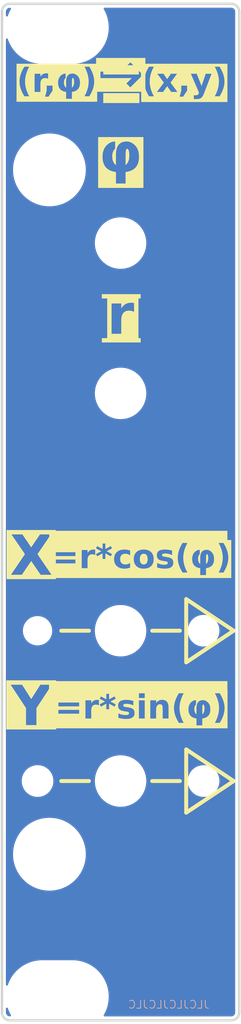
<source format=kicad_pcb>
(kicad_pcb (version 20240108) (generator "pcbnew") (generator_version "8.0")
  (layers (0 "F.Cu" signal) (31 "B.Cu" signal) (34 "B.Paste" user) (35 "F.Paste" user) (36 "B.SilkS" user "B.Silkscreen") (37 "F.SilkS" user "F.Silkscreen") (38 "B.Mask" user) (39 "F.Mask" user) (44 "Edge.Cuts" user))
  (net 0 "")
  (footprint "MountingHole:MountingHole_6mm" (layer "F.Cu") (at 65.8 81.05)
    (property "Reference" "H5" (hide yes))
    (property "Value" "MountingHole" (hide yes))
    (pad "" np_thru_hole circle (at 0 0) (size 6 6) (drill 6) (layers "*.Cu" "*.Mask"))
  )
  (footprint "MountingHole:MountingHole_3.5mm" (layer "F.Cu") (at 55.3 149.05)
    (property "Reference" "H11" (hide yes))
    (property "Value" "MountingHole_Pad" (hide yes))
    (pad "" np_thru_hole circle (at 0 0) (size 3.5 3.5) (drill 3.5) (layers "*.Cu" "*.Mask"))
  )
  (footprint "MountingHole:MountingHole_3.2mm_M3" (layer "F.Cu") (at 56.8 71.8)
    (property "Reference" "H2" (hide yes))
    (property "Value" "MountingHole" (hide yes))
    (pad "" np_thru_hole circle (at 0 0) (size 3.2 3.2) (drill 3.2) (layers "F&B.Cu" "*.Mask") (clearance 3))
  )
  (footprint "MountingHole:MountingHole_6mm" (layer "F.Cu") (at 65.8 130.05)
    (property "Reference" "H8" (hide yes))
    (property "Value" "MountingHole" (hide yes))
    (pad "" np_thru_hole circle (at 0 0) (size 6 6) (drill 6) (layers "*.Cu" "*.Mask"))
  )
  (footprint "MountingHole:MountingHole_3.5mm" (layer "F.Cu") (at 76.3 149.05)
    (property "Reference" "H12" (hide yes))
    (property "Value" "MountingHole_Pad" (hide yes))
    (pad "" np_thru_hole circle (at 0 0) (size 3.5 3.5) (drill 3.5) (layers "*.Cu" "*.Mask"))
  )
  (footprint "MountingHole:MountingHole_6mm" (layer "F.Cu") (at 65.8 100.05)
    (property "Reference" "H7" (hide yes))
    (property "Value" "MountingHole" (hide yes))
    (pad "" np_thru_hole circle (at 0 0) (size 6 6) (drill 6) (layers "*.Cu" "*.Mask"))
  )
  (footprint "analog_computing:3.2x7mm_Mounting_Slot" (layer "F.Cu") (at 57.8 176.3)
    (property "Reference" "H3" (hide yes))
    (property "Value" "MountingHole" (hide yes))
    (pad "" np_thru_hole oval (at 0 0) (size 7 3.2) (drill oval 7 3.2) (layers "F&B.Cu" "*.Mask") (clearance 3))
  )
  (footprint "analog_computing:3.2x7mm_Mounting_Slot" (layer "F.Cu") (at 57.8 53.8)
    (property "Reference" "H1" (hide yes))
    (property "Value" "MountingHole" (hide yes))
    (pad "" np_thru_hole oval (at 0 0) (size 7 3.2) (drill oval 7 3.2) (layers "F&B.Cu" "*.Mask") (clearance 3))
  )
  (footprint "MountingHole:MountingHole_3.5mm" (layer "F.Cu") (at 76.3 130.05)
    (property "Reference" "H9" (hide yes))
    (property "Value" "MountingHole_Pad" (hide yes))
    (pad "" np_thru_hole circle (at 0 0) (size 3.5 3.5) (drill 3.5) (layers "*.Cu" "*.Mask"))
  )
  (footprint "MountingHole:MountingHole_3.2mm_M3" (layer "F.Cu") (at 56.8 158.3)
    (property "Reference" "H4" (hide yes))
    (property "Value" "MountingHole" (hide yes))
    (pad "" np_thru_hole circle (at 0 0) (size 3.2 3.2) (drill 3.2) (layers "F&B.Cu" "*.Mask") (clearance 3))
  )
  (footprint "MountingHole:MountingHole_3.2mm_M3" (layer "F.Cu") (at 55.3 130.05)
    (property "Reference" "H6" (hide yes))
    (property "Value" "MountingHole_Pad" (hide yes))
    (pad "" np_thru_hole circle (at 0 0) (size 3.2 3.2) (drill 3.2) (layers "*.Cu" "*.Mask"))
  )
  (footprint "MountingHole:MountingHole_6mm" (layer "F.Cu") (at 65.8 149.05)
    (property "Reference" "H10" (hide yes))
    (property "Value" "MountingHole" (hide yes))
    (pad "" np_thru_hole circle (at 0 0) (size 6 6) (drill 6) (layers "*.Cu" "*.Mask"))
  )
  (gr_line (start 74.1 145.05) (end 74.1 153.05) (stroke (width 0.5)) (layer "F.SilkS"))
  (gr_rect (start 56.78 117.42) (end 79.31 118.88) (fill solid) (layer "F.SilkS"))
  (gr_rect (start 56.75 136.42) (end 79.31 137.67) (fill solid) (layer "F.SilkS"))
  (gr_line (start 69.8 149.05) (end 73.3 149.05) (stroke (width 0.5)) (layer "F.SilkS"))
  (gr_rect (start 63.61 58.57) (end 68.11 59.74) (fill solid) (layer "F.SilkS"))
  (gr_rect (start 63.43 93.0675) (end 68.34 93.6125) (fill solid) (layer "F.SilkS"))
  (gr_line (start 69.8 130.05) (end 73.3 130.05) (stroke (width 0.5)) (layer "F.SilkS"))
  (gr_rect (start 63.43 87.5075) (end 68.34 88.0525) (fill solid) (layer "F.SilkS"))
  (gr_line (start 58.3 130.05) (end 61.8 130.05) (stroke (width 0.5)) (layer "F.SilkS"))
  (gr_line (start 74.1 134.05) (end 80.1 130.05) (stroke (width 0.5)) (layer "F.SilkS"))
  (gr_line (start 58.3 149.05) (end 61.8 149.05) (stroke (width 0.5)) (layer "F.SilkS"))
  (gr_line (start 80.1 149.05) (end 74.1 145.05) (stroke (width 0.5)) (layer "F.SilkS"))
  (gr_line (start 74.1 126.05) (end 74.1 134.05) (stroke (width 0.5)) (layer "F.SilkS"))
  (gr_rect (start 63.61 62.1) (end 68.18 63.35) (fill solid) (layer "F.SilkS"))
  (gr_line (start 80.1 130.05) (end 74.1 126.05) (stroke (width 0.5)) (layer "F.SilkS"))
  (gr_line (start 74.1 153.05) (end 80.1 149.05) (stroke (width 0.5)) (layer "F.SilkS"))
  (gr_line (start 79.8 50.8) (end 51.8 50.8) (stroke (width 0.3)) (layer "Edge.Cuts"))
  (gr_arc (start 50.8 51.8) (mid 51.092893 51.092893) (end 51.8 50.8) (stroke (width 0.3)) (layer "Edge.Cuts"))
  (gr_line (start 51.8 179.3) (end 79.8 179.3) (stroke (width 0.3)) (layer "Edge.Cuts"))
  (gr_arc (start 80.8 178.3) (mid 80.507107 179.007107) (end 79.8 179.3) (stroke (width 0.3)) (layer "Edge.Cuts"))
  (gr_line (start 50.8 51.8) (end 50.8 178.3) (stroke (width 0.3)) (layer "Edge.Cuts"))
  (gr_line (start 80.8 178.3) (end 80.8 51.8) (stroke (width 0.3)) (layer "Edge.Cuts"))
  (gr_arc (start 79.8 50.8) (mid 80.507107 51.092893) (end 80.8 51.8) (stroke (width 0.3)) (layer "Edge.Cuts"))
  (gr_arc (start 51.8 179.3) (mid 51.092893 179.007107) (end 50.8 178.3) (stroke (width 0.3)) (layer "Edge.Cuts"))
  (gr_text "JLCJLCJLCJLC" (at 71.9 177.3 0) (layer "B.SilkS") (effects (font (size 1 1) (thickness 0.1)) (justify mirror)))
  (gr_text "(r,φ)\n" (at 57.74 60.7 0) (layer "F.SilkS" knockout) (effects (font (size 3 3) (thickness 0.75) (bold yes))))
  (gr_text "φ" (at 65.8 70 0) (layer "F.SilkS" knockout) (effects (font (size 5 5) (thickness 1) (bold yes))))
  (gr_text "=r*sin(φ)" (at 68.4 139.9 0) (layer "F.SilkS" knockout) (effects (font (size 3 3) (thickness 0.75) (bold yes))))
  (gr_text "X" (at 54.5 120.9 0) (layer "F.SilkS" knockout) (effects (font (size 5 5) (thickness 1) (bold yes))))
  (gr_text "=r*cos(φ)" (at 68.4 120.9 0) (layer "F.SilkS" knockout) (effects (font (size 3 3) (thickness 0.75) (bold yes))))
  (gr_text "→" (at 65.79 59.9 0) (layer "F.SilkS" knockout) (effects (font (size 5 5) (thickness 1) (bold yes))))
  (gr_text "r" (at 65.8 90.44 0) (layer "F.SilkS" knockout) (effects (font (size 5 5) (thickness 1) (bold yes))))
  (gr_text "Y" (at 54.5 139.9 0) (layer "F.SilkS" knockout) (effects (font (size 5 5) (thickness 1) (bold yes))))
  (gr_text "(x,y)" (at 73.86 60.7 0) (layer "F.SilkS" knockout) (effects (font (size 3 3) (thickness 0.75) (bold yes))))
  (zone (net 0) (net_name "") (layers "F&B.Cu") (connect_pads (clearance 0.5)) (min_thickness 0.25) (fill yes (thermal_gap 0.5) (thermal_bridge_width 0.5) (island_removal_mode 1) (island_area_min 10))
    (polygon (pts (xy 50.8 50.8) (xy 80.8 50.8) (xy 80.8 179.3) (xy 50.8 179.3)))
  )
)
</source>
